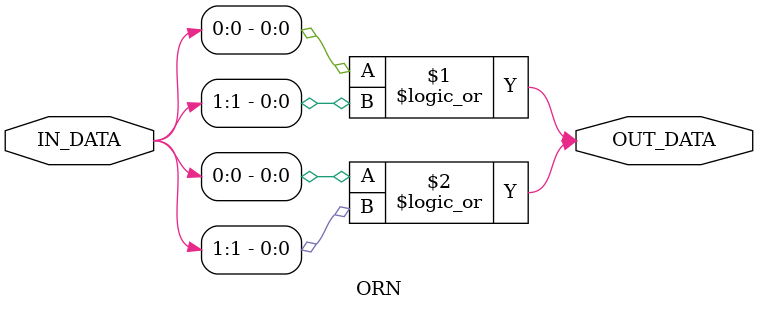
<source format=v>
`timescale 1ns / 1ps

module ORN(IN_DATA, OUT_DATA);
    parameter SIZE = 2;

    input wire[0:SIZE-1] IN_DATA;
    output wire OUT_DATA;

    wire OR_RESULT;
    genvar i;
    generate 
        for (i = 0; i < SIZE; i = i + 1) begin
            if (SIZE == 2) begin
                assign OUT_DATA = IN_DATA[0] || IN_DATA[1];
            end
            if (SIZE > 2) begin
                ORN #(.SIZE(SIZE-1)) or_element (IN_DATA[1:SIZE-1], OR_RESULT);
                assign OUT_DATA = IN_DATA[0] || OR_RESULT;
            end
        end
    endgenerate
endmodule

</source>
